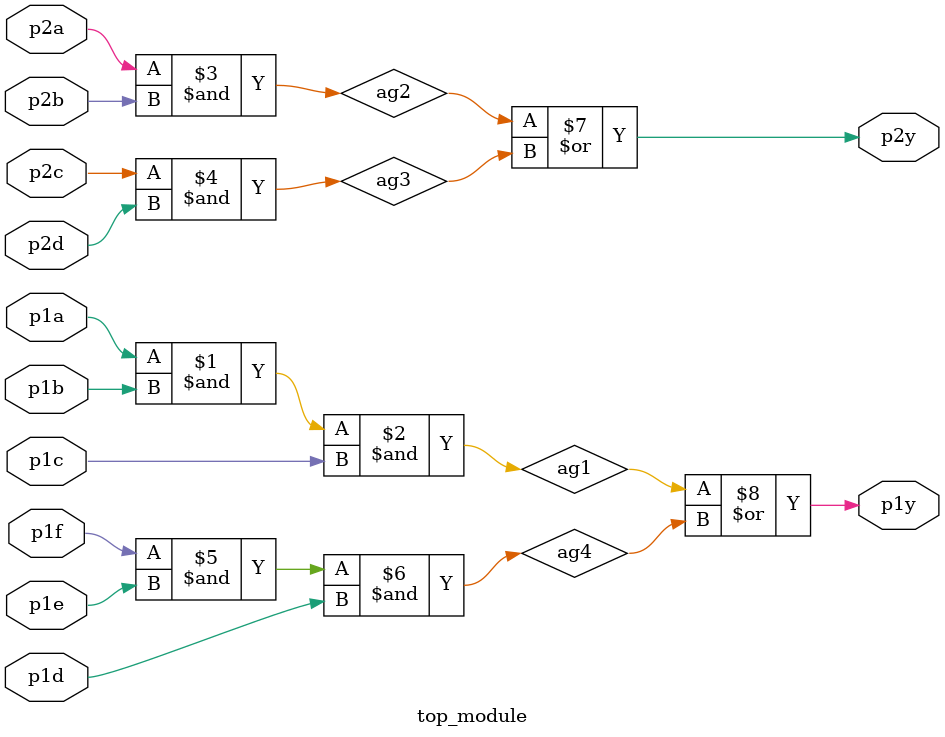
<source format=v>
module top_module ( 
    input p1a, p1b, p1c, p1d, p1e, p1f,
    output p1y,
    input p2a, p2b, p2c, p2d,
    output p2y );

	wire ag1, ag2, ag3, ag4;
    assign ag1 = p1a & p1b & p1c;
    assign ag2 = p2a & p2b;
    assign ag3 = p2c & p2d;
    assign ag4 = p1f & p1e & p1d;
    assign p2y = ag2 | ag3, p1y = ag1 | ag4;
    
endmodule
</source>
